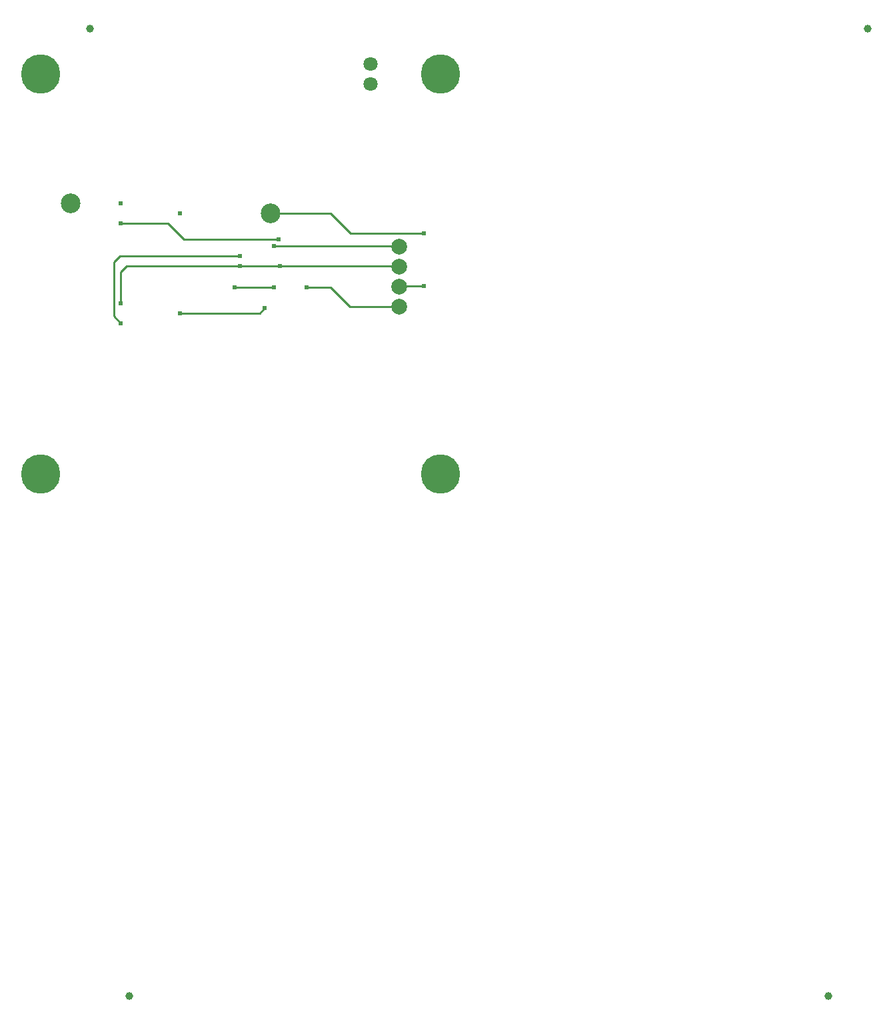
<source format=gbl>
G04 Layer: BottomLayer*
G04 Panelize: V-CUT, Column: 2, Row: 2, Board Size: 58.42mm x 58.42mm, Panelized Board Size: 118.84mm x 118.84mm*
G04 EasyEDA v6.5.32, 2023-07-25 14:04:49*
G04 318043db9db14eaab2a862ada9992c2d,5a6b42c53f6a479593ecc07194224c93,10*
G04 Gerber Generator version 0.2*
G04 Scale: 100 percent, Rotated: No, Reflected: No *
G04 Dimensions in millimeters *
G04 leading zeros omitted , absolute positions ,4 integer and 5 decimal *
%FSLAX45Y45*%
%MOMM*%

%ADD10C,0.2540*%
%ADD11C,1.0000*%
%ADD12C,5.0000*%
%ADD13C,2.0000*%
%ADD14C,1.8000*%
%ADD15C,2.5000*%
%ADD16C,0.6096*%

%LPD*%
D10*
X4931209Y2766187D02*
G01*
X4933622Y2768600D01*
X5245100Y2768600D01*
X3403600Y3365500D02*
G01*
X2197100Y3365500D01*
X1993900Y3568700D01*
X1397000Y3568700D01*
X5245100Y3441700D02*
G01*
X4318000Y3441700D01*
X4064000Y3695700D01*
X3302000Y3695700D01*
X4931156Y2512313D02*
G01*
X4307840Y2512313D01*
X4064000Y2755900D01*
X3759200Y2755900D01*
X2908300Y3149600D02*
G01*
X1384300Y3149600D01*
X1308100Y3073400D01*
X1308100Y2387600D01*
X1397000Y2298700D01*
X2908300Y3022600D02*
G01*
X1473200Y3022600D01*
X1397000Y2946400D01*
X1397000Y2552700D01*
X4931158Y3274311D02*
G01*
X4928870Y3276600D01*
X3340100Y3276600D01*
X2844800Y2755900D02*
G01*
X3340100Y2755900D01*
X3225800Y2489200D02*
G01*
X3162300Y2425700D01*
X2146300Y2425700D01*
X2908300Y3022600D02*
G01*
X3416300Y3022600D01*
X3416300Y3022600D02*
G01*
X4928796Y3022600D01*
X4931209Y3020187D01*
D11*
G01*
X999997Y6041999D03*
G01*
X10884001Y6041999D03*
G01*
X1499996Y-6241999D03*
G01*
X10384002Y-6241999D03*
D12*
G01*
X381000Y5461000D03*
G01*
X5461000Y5461000D03*
G01*
X5461000Y381000D03*
G01*
X381000Y381000D03*
D13*
G01*
X4931206Y3020187D03*
G01*
X4931206Y2766187D03*
G01*
X4931206Y2512187D03*
D14*
G01*
X4572000Y5588000D03*
G01*
X4572000Y5334000D03*
D13*
G01*
X4931206Y3274187D03*
D15*
G01*
X762000Y3822700D03*
G01*
X3302000Y3695700D03*
D16*
G01*
X3759200Y2755900D03*
G01*
X2844800Y2755900D03*
G01*
X1397000Y2298700D03*
G01*
X2146300Y2425700D03*
G01*
X1397000Y2552700D03*
G01*
X2146300Y3695700D03*
G01*
X1397000Y3568700D03*
G01*
X1397000Y3822700D03*
G01*
X5245100Y2768600D03*
G01*
X5245100Y3441700D03*
G01*
X2908300Y3149600D03*
G01*
X2908300Y3022600D03*
G01*
X3403600Y3365500D03*
G01*
X3340100Y3276600D03*
G01*
X3340100Y2755900D03*
G01*
X3225800Y2489200D03*
G01*
X3416300Y3022600D03*
M02*

</source>
